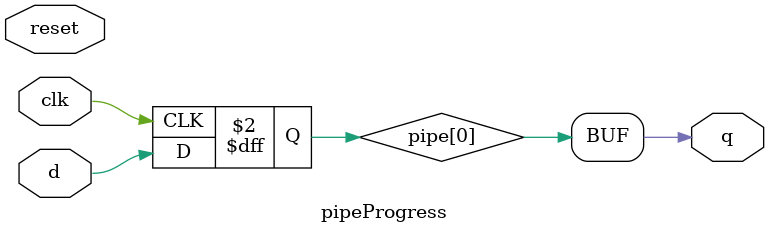
<source format=v>
module muxN(a,b,s,z);//Generic N bit 2 to 1 mux
	parameter SIZE = 1;
	input[SIZE-1:0] a,b;
	input s;
	output[SIZE-1:0] z;
	
	assign z = ({SIZE{~s}} & a) | ({SIZE{s}} & b);
	
endmodule

module bcdToHex(bcd, hex);
	input[3:0] bcd;
	reg[6:0] z;
	output[6:0]hex;
	
	assign hex = ~z;
	
	always @* case (bcd)//lookup table
		4'b0000 :z = 7'b0111111;
		4'b0001 :z = 7'b0000110;
		4'b0010 :z = 7'b1011011; 
		4'b0011 :z = 7'b1001111;
		4'b0100 :z = 7'b1100110;
		4'b0101 :z = 7'b1101101;  
		4'b0110 :z = 7'b1111101;
		4'b0111 :z = 7'b0000111;
		4'b1000 :z = 7'b1111111;
		4'b1001 :z = 7'b1100111;
		4'b1010 :z = 7'b1110111; 
		4'b1011 :z = 7'b1111100;
		4'b1100 :z = 7'b0111001;
		4'b1101 :z = 7'b1011110;
		4'b1110 :z = 7'b1111001;
		4'b1111 :z = 7'b1110001;
	endcase
endmodule

module decoder(input[3:0] s,input en, output reg[15:0] lines);
	always@(*) begin
		if(en)
			case(s)
				0: lines = 16'b0000_0000_0000_0001;
				1: lines = 16'b0000_0000_0000_0010;
				2: lines = 16'b0000_0000_0000_0100;
				3: lines = 16'b0000_0000_0000_1000;
				4: lines = 16'b0000_0000_0001_0000;
				5: lines = 16'b0000_0000_0010_0000;
				6: lines = 16'b0000_0000_0100_0000;
				7: lines = 16'b0000_0000_1000_0000;
				8: lines = 16'b0000_0001_0000_0000;
				9: lines = 16'b0000_0010_0000_0000;
				10:lines = 16'b0000_0100_0000_0000;
				11:lines = 16'b0000_1000_0000_0000;
				12:lines = 16'b0001_0000_0000_0000;
				13:lines = 16'b0010_0000_0000_0000;
				14:lines = 16'b0100_0000_0000_0000;
				15:lines = 16'b1000_0000_0000_0000;
			endcase
		else
			lines = 16'b0000_0000_0000_0000;
	end
endmodule

//divide clk by countTo*2
module fdiv(input clk, reset, output reg fout);
	parameter SIZE = 1, countTo = 1;
	
	reg[SIZE - 1:0] count;
	always @(posedge clk, negedge reset) begin
		
		if(~reset) begin
			count = 0;
			fout = 0;
		end
		else begin
			if((count + 1) == countTo) begin
				fout = ~fout;
				count = 0;
			end
			else begin
				count = count + 1;
			end
		end
	end
endmodule


//Delay input signal by parameter LENGTH
module pipeProgress(input[WIDTH-1:0] d, input clk, reset, output[WIDTH-1:0] q);
	parameter WIDTH = 1, LENGTH = 1;
	
	reg [WIDTH-1:0] pipe[LENGTH-1:0];
	
	assign q = pipe[LENGTH-1];
	
	always @(posedge clk) begin
		pipe[0] <= d;
	end
	genvar i;
	generate
		for (i = 1;i < LENGTH; i = i + 1) begin : pipeline
			always @(posedge clk) begin
				if (reset)
					pipe[i] <= 0;
				else
					pipe[i] <= pipe[i-1];
			end
		end
	endgenerate
endmodule

</source>
